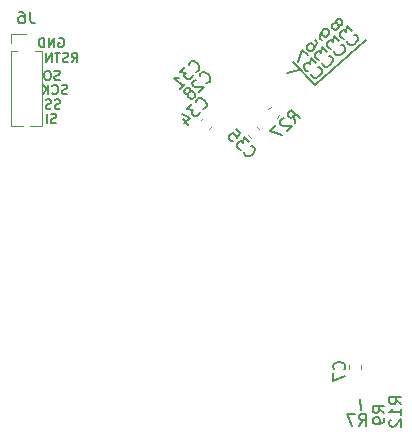
<source format=gbo>
%TF.GenerationSoftware,KiCad,Pcbnew,5.1.5-52549c5~84~ubuntu19.10.1*%
%TF.CreationDate,2019-12-19T07:38:22-05:00*%
%TF.ProjectId,bldc-controller,626c6463-2d63-46f6-9e74-726f6c6c6572,rev?*%
%TF.SameCoordinates,Original*%
%TF.FileFunction,Legend,Bot*%
%TF.FilePolarity,Positive*%
%FSLAX46Y46*%
G04 Gerber Fmt 4.6, Leading zero omitted, Abs format (unit mm)*
G04 Created by KiCad (PCBNEW 5.1.5-52549c5~84~ubuntu19.10.1) date 2019-12-19 07:38:22*
%MOMM*%
%LPD*%
G04 APERTURE LIST*
%ADD10C,0.152400*%
%ADD11C,0.150000*%
%ADD12C,0.120000*%
G04 APERTURE END LIST*
D10*
X22009523Y-115075000D02*
X22085714Y-115036904D01*
X22200000Y-115036904D01*
X22314285Y-115075000D01*
X22390476Y-115151190D01*
X22428571Y-115227380D01*
X22466666Y-115379761D01*
X22466666Y-115494047D01*
X22428571Y-115646428D01*
X22390476Y-115722619D01*
X22314285Y-115798809D01*
X22200000Y-115836904D01*
X22123809Y-115836904D01*
X22009523Y-115798809D01*
X21971428Y-115760714D01*
X21971428Y-115494047D01*
X22123809Y-115494047D01*
X21628571Y-115836904D02*
X21628571Y-115036904D01*
X21171428Y-115836904D01*
X21171428Y-115036904D01*
X20790476Y-115836904D02*
X20790476Y-115036904D01*
X20600000Y-115036904D01*
X20485714Y-115075000D01*
X20409523Y-115151190D01*
X20371428Y-115227380D01*
X20333333Y-115379761D01*
X20333333Y-115494047D01*
X20371428Y-115646428D01*
X20409523Y-115722619D01*
X20485714Y-115798809D01*
X20600000Y-115836904D01*
X20790476Y-115836904D01*
X21769047Y-122223809D02*
X21654761Y-122261904D01*
X21464285Y-122261904D01*
X21388095Y-122223809D01*
X21350000Y-122185714D01*
X21311904Y-122109523D01*
X21311904Y-122033333D01*
X21350000Y-121957142D01*
X21388095Y-121919047D01*
X21464285Y-121880952D01*
X21616666Y-121842857D01*
X21692857Y-121804761D01*
X21730952Y-121766666D01*
X21769047Y-121690476D01*
X21769047Y-121614285D01*
X21730952Y-121538095D01*
X21692857Y-121500000D01*
X21616666Y-121461904D01*
X21426190Y-121461904D01*
X21311904Y-121500000D01*
X20969047Y-122261904D02*
X20969047Y-121461904D01*
X22109523Y-120998809D02*
X21995238Y-121036904D01*
X21804761Y-121036904D01*
X21728571Y-120998809D01*
X21690476Y-120960714D01*
X21652380Y-120884523D01*
X21652380Y-120808333D01*
X21690476Y-120732142D01*
X21728571Y-120694047D01*
X21804761Y-120655952D01*
X21957142Y-120617857D01*
X22033333Y-120579761D01*
X22071428Y-120541666D01*
X22109523Y-120465476D01*
X22109523Y-120389285D01*
X22071428Y-120313095D01*
X22033333Y-120275000D01*
X21957142Y-120236904D01*
X21766666Y-120236904D01*
X21652380Y-120275000D01*
X21347619Y-120998809D02*
X21233333Y-121036904D01*
X21042857Y-121036904D01*
X20966666Y-120998809D01*
X20928571Y-120960714D01*
X20890476Y-120884523D01*
X20890476Y-120808333D01*
X20928571Y-120732142D01*
X20966666Y-120694047D01*
X21042857Y-120655952D01*
X21195238Y-120617857D01*
X21271428Y-120579761D01*
X21309523Y-120541666D01*
X21347619Y-120465476D01*
X21347619Y-120389285D01*
X21309523Y-120313095D01*
X21271428Y-120275000D01*
X21195238Y-120236904D01*
X21004761Y-120236904D01*
X20890476Y-120275000D01*
X22703571Y-119773809D02*
X22589285Y-119811904D01*
X22398809Y-119811904D01*
X22322619Y-119773809D01*
X22284523Y-119735714D01*
X22246428Y-119659523D01*
X22246428Y-119583333D01*
X22284523Y-119507142D01*
X22322619Y-119469047D01*
X22398809Y-119430952D01*
X22551190Y-119392857D01*
X22627380Y-119354761D01*
X22665476Y-119316666D01*
X22703571Y-119240476D01*
X22703571Y-119164285D01*
X22665476Y-119088095D01*
X22627380Y-119050000D01*
X22551190Y-119011904D01*
X22360714Y-119011904D01*
X22246428Y-119050000D01*
X21446428Y-119735714D02*
X21484523Y-119773809D01*
X21598809Y-119811904D01*
X21675000Y-119811904D01*
X21789285Y-119773809D01*
X21865476Y-119697619D01*
X21903571Y-119621428D01*
X21941666Y-119469047D01*
X21941666Y-119354761D01*
X21903571Y-119202380D01*
X21865476Y-119126190D01*
X21789285Y-119050000D01*
X21675000Y-119011904D01*
X21598809Y-119011904D01*
X21484523Y-119050000D01*
X21446428Y-119088095D01*
X21103571Y-119811904D02*
X21103571Y-119011904D01*
X20646428Y-119811904D02*
X20989285Y-119354761D01*
X20646428Y-119011904D02*
X21103571Y-119469047D01*
D11*
X22072619Y-118573809D02*
X21958333Y-118611904D01*
X21767857Y-118611904D01*
X21691666Y-118573809D01*
X21653571Y-118535714D01*
X21615476Y-118459523D01*
X21615476Y-118383333D01*
X21653571Y-118307142D01*
X21691666Y-118269047D01*
X21767857Y-118230952D01*
X21920238Y-118192857D01*
X21996428Y-118154761D01*
X22034523Y-118116666D01*
X22072619Y-118040476D01*
X22072619Y-117964285D01*
X22034523Y-117888095D01*
X21996428Y-117850000D01*
X21920238Y-117811904D01*
X21729761Y-117811904D01*
X21615476Y-117850000D01*
X21120238Y-117811904D02*
X20967857Y-117811904D01*
X20891666Y-117850000D01*
X20815476Y-117926190D01*
X20777380Y-118078571D01*
X20777380Y-118345238D01*
X20815476Y-118497619D01*
X20891666Y-118573809D01*
X20967857Y-118611904D01*
X21120238Y-118611904D01*
X21196428Y-118573809D01*
X21272619Y-118497619D01*
X21310714Y-118345238D01*
X21310714Y-118078571D01*
X21272619Y-117926190D01*
X21196428Y-117850000D01*
X21120238Y-117811904D01*
D10*
X23107142Y-117111904D02*
X23373809Y-116730952D01*
X23564285Y-117111904D02*
X23564285Y-116311904D01*
X23259523Y-116311904D01*
X23183333Y-116350000D01*
X23145238Y-116388095D01*
X23107142Y-116464285D01*
X23107142Y-116578571D01*
X23145238Y-116654761D01*
X23183333Y-116692857D01*
X23259523Y-116730952D01*
X23564285Y-116730952D01*
X22802380Y-117073809D02*
X22688095Y-117111904D01*
X22497619Y-117111904D01*
X22421428Y-117073809D01*
X22383333Y-117035714D01*
X22345238Y-116959523D01*
X22345238Y-116883333D01*
X22383333Y-116807142D01*
X22421428Y-116769047D01*
X22497619Y-116730952D01*
X22650000Y-116692857D01*
X22726190Y-116654761D01*
X22764285Y-116616666D01*
X22802380Y-116540476D01*
X22802380Y-116464285D01*
X22764285Y-116388095D01*
X22726190Y-116350000D01*
X22650000Y-116311904D01*
X22459523Y-116311904D01*
X22345238Y-116350000D01*
X22116666Y-116311904D02*
X21659523Y-116311904D01*
X21888095Y-117111904D02*
X21888095Y-116311904D01*
X21392857Y-117111904D02*
X21392857Y-116311904D01*
X20935714Y-117111904D01*
X20935714Y-116311904D01*
X42350000Y-117800000D02*
X41325000Y-118025000D01*
X43700000Y-119050000D02*
X41800000Y-117050000D01*
X48000000Y-115200000D02*
X43700000Y-119050000D01*
X47600000Y-146525000D02*
X47500000Y-145650000D01*
D12*
X19250000Y-114740000D02*
X17920000Y-114740000D01*
X17920000Y-114740000D02*
X17920000Y-115500000D01*
X17920000Y-116135000D02*
X17920000Y-122545000D01*
X18942470Y-122545000D02*
X17920000Y-122545000D01*
X20580000Y-122545000D02*
X19557530Y-122545000D01*
X20580000Y-116135000D02*
X20580000Y-122545000D01*
X18490000Y-116135000D02*
X17920000Y-116135000D01*
X20580000Y-116135000D02*
X20010000Y-116135000D01*
X39734273Y-121104478D02*
X39964478Y-120874273D01*
X40455522Y-121825727D02*
X40685727Y-121595522D01*
X38752369Y-122551120D02*
X38982574Y-122781325D01*
X38031120Y-123272369D02*
X38261325Y-123502574D01*
X34965727Y-122515522D02*
X34735522Y-122745727D01*
X34244478Y-121794273D02*
X34014273Y-122024478D01*
X46540000Y-143052779D02*
X46540000Y-142727221D01*
X47560000Y-143052779D02*
X47560000Y-142727221D01*
D11*
X19583333Y-112817380D02*
X19583333Y-113531666D01*
X19630952Y-113674523D01*
X19726190Y-113769761D01*
X19869047Y-113817380D01*
X19964285Y-113817380D01*
X18678571Y-112817380D02*
X18869047Y-112817380D01*
X18964285Y-112865000D01*
X19011904Y-112912619D01*
X19107142Y-113055476D01*
X19154761Y-113245952D01*
X19154761Y-113626904D01*
X19107142Y-113722142D01*
X19059523Y-113769761D01*
X18964285Y-113817380D01*
X18773809Y-113817380D01*
X18678571Y-113769761D01*
X18630952Y-113722142D01*
X18583333Y-113626904D01*
X18583333Y-113388809D01*
X18630952Y-113293571D01*
X18678571Y-113245952D01*
X18773809Y-113198333D01*
X18964285Y-113198333D01*
X19059523Y-113245952D01*
X19107142Y-113293571D01*
X19154761Y-113388809D01*
X41995613Y-122226475D02*
X41894598Y-121654056D01*
X42399674Y-121822414D02*
X41692567Y-121115308D01*
X41423193Y-121384682D01*
X41389521Y-121485697D01*
X41389521Y-121553040D01*
X41423193Y-121654056D01*
X41524208Y-121755071D01*
X41625224Y-121788743D01*
X41692567Y-121788743D01*
X41793582Y-121755071D01*
X42062956Y-121485697D01*
X41086475Y-121856086D02*
X41019132Y-121856086D01*
X40918117Y-121889758D01*
X40749758Y-122058117D01*
X40716086Y-122159132D01*
X40716086Y-122226475D01*
X40749758Y-122327491D01*
X40817101Y-122394834D01*
X40951788Y-122462178D01*
X41759911Y-122462178D01*
X41322178Y-122899911D01*
X40379369Y-122428506D02*
X39907964Y-122899911D01*
X40918117Y-123303972D01*
X51002380Y-146057142D02*
X50526190Y-145723809D01*
X51002380Y-145485714D02*
X50002380Y-145485714D01*
X50002380Y-145866666D01*
X50050000Y-145961904D01*
X50097619Y-146009523D01*
X50192857Y-146057142D01*
X50335714Y-146057142D01*
X50430952Y-146009523D01*
X50478571Y-145961904D01*
X50526190Y-145866666D01*
X50526190Y-145485714D01*
X51002380Y-147009523D02*
X51002380Y-146438095D01*
X51002380Y-146723809D02*
X50002380Y-146723809D01*
X50145238Y-146628571D01*
X50240476Y-146533333D01*
X50288095Y-146438095D01*
X50097619Y-147390476D02*
X50050000Y-147438095D01*
X50002380Y-147533333D01*
X50002380Y-147771428D01*
X50050000Y-147866666D01*
X50097619Y-147914285D01*
X50192857Y-147961904D01*
X50288095Y-147961904D01*
X50430952Y-147914285D01*
X51002380Y-147342857D01*
X51002380Y-147961904D01*
X49577380Y-146783333D02*
X49101190Y-146450000D01*
X49577380Y-146211904D02*
X48577380Y-146211904D01*
X48577380Y-146592857D01*
X48625000Y-146688095D01*
X48672619Y-146735714D01*
X48767857Y-146783333D01*
X48910714Y-146783333D01*
X49005952Y-146735714D01*
X49053571Y-146688095D01*
X49101190Y-146592857D01*
X49101190Y-146211904D01*
X49577380Y-147259523D02*
X49577380Y-147450000D01*
X49529761Y-147545238D01*
X49482142Y-147592857D01*
X49339285Y-147688095D01*
X49148809Y-147735714D01*
X48767857Y-147735714D01*
X48672619Y-147688095D01*
X48625000Y-147640476D01*
X48577380Y-147545238D01*
X48577380Y-147354761D01*
X48625000Y-147259523D01*
X48672619Y-147211904D01*
X48767857Y-147164285D01*
X49005952Y-147164285D01*
X49101190Y-147211904D01*
X49148809Y-147259523D01*
X49196428Y-147354761D01*
X49196428Y-147545238D01*
X49148809Y-147640476D01*
X49101190Y-147688095D01*
X49005952Y-147735714D01*
X47441666Y-147877380D02*
X47775000Y-147401190D01*
X48013095Y-147877380D02*
X48013095Y-146877380D01*
X47632142Y-146877380D01*
X47536904Y-146925000D01*
X47489285Y-146972619D01*
X47441666Y-147067857D01*
X47441666Y-147210714D01*
X47489285Y-147305952D01*
X47536904Y-147353571D01*
X47632142Y-147401190D01*
X48013095Y-147401190D01*
X47108333Y-146877380D02*
X46441666Y-146877380D01*
X46870238Y-147877380D01*
X45327030Y-116182106D02*
X45327030Y-116249450D01*
X45394374Y-116384137D01*
X45461717Y-116451480D01*
X45596404Y-116518824D01*
X45731091Y-116518824D01*
X45832106Y-116485152D01*
X46000465Y-116384137D01*
X46101480Y-116283122D01*
X46202496Y-116114763D01*
X46236167Y-116013748D01*
X46236167Y-115879061D01*
X46168824Y-115744374D01*
X46101480Y-115677030D01*
X45966793Y-115609687D01*
X45899450Y-115609687D01*
X45731091Y-115306641D02*
X45293358Y-114868908D01*
X45259687Y-115373984D01*
X45158671Y-115272969D01*
X45057656Y-115239297D01*
X44990312Y-115239297D01*
X44889297Y-115272969D01*
X44720938Y-115441328D01*
X44687267Y-115542343D01*
X44687267Y-115609687D01*
X44720938Y-115710702D01*
X44922969Y-115912732D01*
X45023984Y-115946404D01*
X45091328Y-115946404D01*
X44249534Y-115239297D02*
X44114847Y-115104610D01*
X44081175Y-115003595D01*
X44081175Y-114936251D01*
X44114847Y-114767893D01*
X44215862Y-114599534D01*
X44485236Y-114330160D01*
X44586251Y-114296488D01*
X44653595Y-114296488D01*
X44754610Y-114330160D01*
X44889297Y-114464847D01*
X44922969Y-114565862D01*
X44922969Y-114633206D01*
X44889297Y-114734221D01*
X44720938Y-114902580D01*
X44619923Y-114936251D01*
X44552580Y-114936251D01*
X44451564Y-114902580D01*
X44316877Y-114767893D01*
X44283206Y-114666877D01*
X44283206Y-114599534D01*
X44316877Y-114498519D01*
X46427030Y-115332106D02*
X46427030Y-115399450D01*
X46494374Y-115534137D01*
X46561717Y-115601480D01*
X46696404Y-115668824D01*
X46831091Y-115668824D01*
X46932106Y-115635152D01*
X47100465Y-115534137D01*
X47201480Y-115433122D01*
X47302496Y-115264763D01*
X47336167Y-115163748D01*
X47336167Y-115029061D01*
X47268824Y-114894374D01*
X47201480Y-114827030D01*
X47066793Y-114759687D01*
X46999450Y-114759687D01*
X46831091Y-114456641D02*
X46393358Y-114018908D01*
X46359687Y-114523984D01*
X46258671Y-114422969D01*
X46157656Y-114389297D01*
X46090312Y-114389297D01*
X45989297Y-114422969D01*
X45820938Y-114591328D01*
X45787267Y-114692343D01*
X45787267Y-114759687D01*
X45820938Y-114860702D01*
X46022969Y-115062732D01*
X46123984Y-115096404D01*
X46191328Y-115096404D01*
X45686251Y-113917893D02*
X45787267Y-113951564D01*
X45854610Y-113951564D01*
X45955625Y-113917893D01*
X45989297Y-113884221D01*
X46022969Y-113783206D01*
X46022969Y-113715862D01*
X45989297Y-113614847D01*
X45854610Y-113480160D01*
X45753595Y-113446488D01*
X45686251Y-113446488D01*
X45585236Y-113480160D01*
X45551564Y-113513832D01*
X45517893Y-113614847D01*
X45517893Y-113682190D01*
X45551564Y-113783206D01*
X45686251Y-113917893D01*
X45719923Y-114018908D01*
X45719923Y-114086251D01*
X45686251Y-114187267D01*
X45551564Y-114321954D01*
X45450549Y-114355625D01*
X45383206Y-114355625D01*
X45282190Y-114321954D01*
X45147503Y-114187267D01*
X45113832Y-114086251D01*
X45113832Y-114018908D01*
X45147503Y-113917893D01*
X45282190Y-113783206D01*
X45383206Y-113749534D01*
X45450549Y-113749534D01*
X45551564Y-113783206D01*
X43377030Y-118082106D02*
X43377030Y-118149450D01*
X43444374Y-118284137D01*
X43511717Y-118351480D01*
X43646404Y-118418824D01*
X43781091Y-118418824D01*
X43882106Y-118385152D01*
X44050465Y-118284137D01*
X44151480Y-118183122D01*
X44252496Y-118014763D01*
X44286167Y-117913748D01*
X44286167Y-117779061D01*
X44218824Y-117644374D01*
X44151480Y-117577030D01*
X44016793Y-117509687D01*
X43949450Y-117509687D01*
X43781091Y-117206641D02*
X43343358Y-116768908D01*
X43309687Y-117273984D01*
X43208671Y-117172969D01*
X43107656Y-117139297D01*
X43040312Y-117139297D01*
X42939297Y-117172969D01*
X42770938Y-117341328D01*
X42737267Y-117442343D01*
X42737267Y-117509687D01*
X42770938Y-117610702D01*
X42972969Y-117812732D01*
X43073984Y-117846404D01*
X43141328Y-117846404D01*
X43107656Y-116533206D02*
X42636251Y-116061801D01*
X42232190Y-117071954D01*
X44302030Y-117132106D02*
X44302030Y-117199450D01*
X44369374Y-117334137D01*
X44436717Y-117401480D01*
X44571404Y-117468824D01*
X44706091Y-117468824D01*
X44807106Y-117435152D01*
X44975465Y-117334137D01*
X45076480Y-117233122D01*
X45177496Y-117064763D01*
X45211167Y-116963748D01*
X45211167Y-116829061D01*
X45143824Y-116694374D01*
X45076480Y-116627030D01*
X44941793Y-116559687D01*
X44874450Y-116559687D01*
X44706091Y-116256641D02*
X44268358Y-115818908D01*
X44234687Y-116323984D01*
X44133671Y-116222969D01*
X44032656Y-116189297D01*
X43965312Y-116189297D01*
X43864297Y-116222969D01*
X43695938Y-116391328D01*
X43662267Y-116492343D01*
X43662267Y-116559687D01*
X43695938Y-116660702D01*
X43897969Y-116862732D01*
X43998984Y-116896404D01*
X44066328Y-116896404D01*
X43662267Y-115212816D02*
X43796954Y-115347503D01*
X43830625Y-115448519D01*
X43830625Y-115515862D01*
X43796954Y-115684221D01*
X43695938Y-115852580D01*
X43426564Y-116121954D01*
X43325549Y-116155625D01*
X43258206Y-116155625D01*
X43157190Y-116121954D01*
X43022503Y-115987267D01*
X42988832Y-115886251D01*
X42988832Y-115818908D01*
X43022503Y-115717893D01*
X43190862Y-115549534D01*
X43291877Y-115515862D01*
X43359221Y-115515862D01*
X43460236Y-115549534D01*
X43594923Y-115684221D01*
X43628595Y-115785236D01*
X43628595Y-115852580D01*
X43594923Y-115953595D01*
X37697714Y-124745116D02*
X37697714Y-124812460D01*
X37765058Y-124947147D01*
X37832401Y-125014490D01*
X37967088Y-125081834D01*
X38101775Y-125081834D01*
X38202790Y-125048162D01*
X38371149Y-124947147D01*
X38472164Y-124846132D01*
X38573180Y-124677773D01*
X38606851Y-124576758D01*
X38606851Y-124442071D01*
X38539508Y-124307384D01*
X38472164Y-124240040D01*
X38337477Y-124172697D01*
X38270134Y-124172697D01*
X38101775Y-123869651D02*
X37664042Y-123431918D01*
X37630371Y-123936994D01*
X37529355Y-123835979D01*
X37428340Y-123802307D01*
X37360996Y-123802307D01*
X37259981Y-123835979D01*
X37091622Y-124004338D01*
X37057951Y-124105353D01*
X37057951Y-124172697D01*
X37091622Y-124273712D01*
X37293653Y-124475742D01*
X37394668Y-124509414D01*
X37462012Y-124509414D01*
X37024279Y-122792155D02*
X37360996Y-123128872D01*
X37057951Y-123499261D01*
X37057951Y-123431918D01*
X37024279Y-123330903D01*
X36855920Y-123162544D01*
X36754905Y-123128872D01*
X36687561Y-123128872D01*
X36586546Y-123162544D01*
X36418187Y-123330903D01*
X36384516Y-123431918D01*
X36384516Y-123499261D01*
X36418187Y-123600277D01*
X36586546Y-123768635D01*
X36687561Y-123802307D01*
X36754905Y-123802307D01*
X34185943Y-121056806D02*
X34253287Y-121056806D01*
X34387974Y-120989462D01*
X34455317Y-120922119D01*
X34522661Y-120787432D01*
X34522661Y-120652745D01*
X34488989Y-120551730D01*
X34387974Y-120383371D01*
X34286959Y-120282356D01*
X34118600Y-120181340D01*
X34017585Y-120147669D01*
X33882898Y-120147669D01*
X33748211Y-120215012D01*
X33680867Y-120282356D01*
X33613524Y-120417043D01*
X33613524Y-120484386D01*
X33310478Y-120652745D02*
X32872745Y-121090478D01*
X33377821Y-121124149D01*
X33276806Y-121225165D01*
X33243134Y-121326180D01*
X33243134Y-121393524D01*
X33276806Y-121494539D01*
X33445165Y-121662898D01*
X33546180Y-121696569D01*
X33613524Y-121696569D01*
X33714539Y-121662898D01*
X33916569Y-121460867D01*
X33950241Y-121359852D01*
X33950241Y-121292508D01*
X32502356Y-121932272D02*
X32973760Y-122403676D01*
X32401340Y-121494539D02*
X33074775Y-121831256D01*
X32637043Y-122268989D01*
X33582106Y-117922969D02*
X33649450Y-117922969D01*
X33784137Y-117855625D01*
X33851480Y-117788282D01*
X33918824Y-117653595D01*
X33918824Y-117518908D01*
X33885152Y-117417893D01*
X33784137Y-117249534D01*
X33683122Y-117148519D01*
X33514763Y-117047503D01*
X33413748Y-117013832D01*
X33279061Y-117013832D01*
X33144374Y-117081175D01*
X33077030Y-117148519D01*
X33009687Y-117283206D01*
X33009687Y-117350549D01*
X32706641Y-117518908D02*
X32268908Y-117956641D01*
X32773984Y-117990312D01*
X32672969Y-118091328D01*
X32639297Y-118192343D01*
X32639297Y-118259687D01*
X32672969Y-118360702D01*
X32841328Y-118529061D01*
X32942343Y-118562732D01*
X33009687Y-118562732D01*
X33110702Y-118529061D01*
X33312732Y-118327030D01*
X33346404Y-118226015D01*
X33346404Y-118158671D01*
X32302580Y-119337183D02*
X32706641Y-118933122D01*
X32504610Y-119135152D02*
X31797503Y-118428045D01*
X31965862Y-118461717D01*
X32100549Y-118461717D01*
X32201564Y-118428045D01*
X34507106Y-118872969D02*
X34574450Y-118872969D01*
X34709137Y-118805625D01*
X34776480Y-118738282D01*
X34843824Y-118603595D01*
X34843824Y-118468908D01*
X34810152Y-118367893D01*
X34709137Y-118199534D01*
X34608122Y-118098519D01*
X34439763Y-117997503D01*
X34338748Y-117963832D01*
X34204061Y-117963832D01*
X34069374Y-118031175D01*
X34002030Y-118098519D01*
X33934687Y-118233206D01*
X33934687Y-118300549D01*
X33665312Y-118569923D02*
X33597969Y-118569923D01*
X33496954Y-118603595D01*
X33328595Y-118771954D01*
X33294923Y-118872969D01*
X33294923Y-118940312D01*
X33328595Y-119041328D01*
X33395938Y-119108671D01*
X33530625Y-119176015D01*
X34338748Y-119176015D01*
X33901015Y-119613748D01*
X33092893Y-119613748D02*
X33126564Y-119512732D01*
X33126564Y-119445389D01*
X33092893Y-119344374D01*
X33059221Y-119310702D01*
X32958206Y-119277030D01*
X32890862Y-119277030D01*
X32789847Y-119310702D01*
X32655160Y-119445389D01*
X32621488Y-119546404D01*
X32621488Y-119613748D01*
X32655160Y-119714763D01*
X32688832Y-119748435D01*
X32789847Y-119782106D01*
X32857190Y-119782106D01*
X32958206Y-119748435D01*
X33092893Y-119613748D01*
X33193908Y-119580076D01*
X33261251Y-119580076D01*
X33362267Y-119613748D01*
X33496954Y-119748435D01*
X33530625Y-119849450D01*
X33530625Y-119916793D01*
X33496954Y-120017809D01*
X33362267Y-120152496D01*
X33261251Y-120186167D01*
X33193908Y-120186167D01*
X33092893Y-120152496D01*
X32958206Y-120017809D01*
X32924534Y-119916793D01*
X32924534Y-119849450D01*
X32958206Y-119748435D01*
X46157142Y-143108333D02*
X46204761Y-143060714D01*
X46252380Y-142917857D01*
X46252380Y-142822619D01*
X46204761Y-142679761D01*
X46109523Y-142584523D01*
X46014285Y-142536904D01*
X45823809Y-142489285D01*
X45680952Y-142489285D01*
X45490476Y-142536904D01*
X45395238Y-142584523D01*
X45300000Y-142679761D01*
X45252380Y-142822619D01*
X45252380Y-142917857D01*
X45300000Y-143060714D01*
X45347619Y-143108333D01*
X45252380Y-143441666D02*
X45252380Y-144108333D01*
X46252380Y-143679761D01*
M02*

</source>
